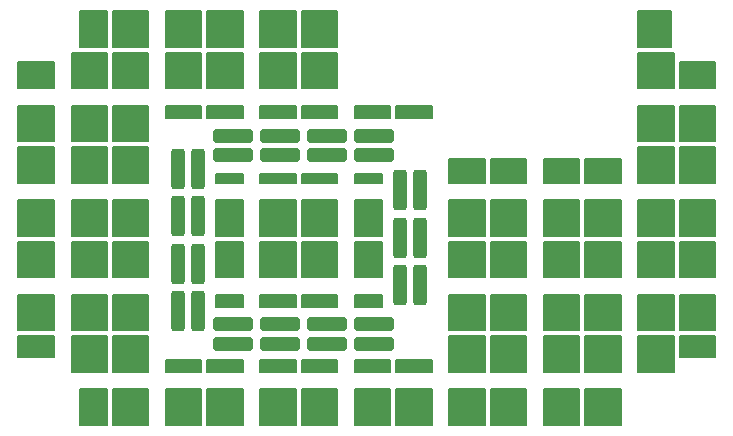
<source format=gbr>
%TF.GenerationSoftware,KiCad,Pcbnew,9.0.6*%
%TF.CreationDate,2026-02-02T20:31:11-05:00*%
%TF.ProjectId,Modular_Load,4d6f6475-6c61-4725-9f4c-6f61642e6b69,rev?*%
%TF.SameCoordinates,Original*%
%TF.FileFunction,Paste,Bot*%
%TF.FilePolarity,Positive*%
%FSLAX46Y46*%
G04 Gerber Fmt 4.6, Leading zero omitted, Abs format (unit mm)*
G04 Created by KiCad (PCBNEW 9.0.6) date 2026-02-02 20:31:11*
%MOMM*%
%LPD*%
G01*
G04 APERTURE LIST*
G04 Aperture macros list*
%AMRoundRect*
0 Rectangle with rounded corners*
0 $1 Rounding radius*
0 $2 $3 $4 $5 $6 $7 $8 $9 X,Y pos of 4 corners*
0 Add a 4 corners polygon primitive as box body*
4,1,4,$2,$3,$4,$5,$6,$7,$8,$9,$2,$3,0*
0 Add four circle primitives for the rounded corners*
1,1,$1+$1,$2,$3*
1,1,$1+$1,$4,$5*
1,1,$1+$1,$6,$7*
1,1,$1+$1,$8,$9*
0 Add four rect primitives between the rounded corners*
20,1,$1+$1,$2,$3,$4,$5,0*
20,1,$1+$1,$4,$5,$6,$7,0*
20,1,$1+$1,$6,$7,$8,$9,0*
20,1,$1+$1,$8,$9,$2,$3,0*%
G04 Aperture macros list end*
%ADD10C,0.150000*%
%ADD11RoundRect,0.250000X1.450000X-0.337500X1.450000X0.337500X-1.450000X0.337500X-1.450000X-0.337500X0*%
%ADD12RoundRect,0.250000X-0.337500X-1.450000X0.337500X-1.450000X0.337500X1.450000X-0.337500X1.450000X0*%
%ADD13RoundRect,0.250000X0.337500X1.450000X-0.337500X1.450000X-0.337500X-1.450000X0.337500X-1.450000X0*%
%ADD14RoundRect,0.250000X-1.450000X0.337500X-1.450000X-0.337500X1.450000X-0.337500X1.450000X0.337500X0*%
G04 APERTURE END LIST*
D10*
X122250000Y-74000000D02*
X124500000Y-74000000D01*
X124500000Y-74750000D01*
X122250000Y-74750000D01*
X122250000Y-74000000D01*
G36*
X122250000Y-74000000D02*
G01*
X124500000Y-74000000D01*
X124500000Y-74750000D01*
X122250000Y-74750000D01*
X122250000Y-74000000D01*
G37*
X110500000Y-84250000D02*
X112750000Y-84250000D01*
X112750000Y-85250000D01*
X110500000Y-85250000D01*
X110500000Y-84250000D01*
G36*
X110500000Y-84250000D02*
G01*
X112750000Y-84250000D01*
X112750000Y-85250000D01*
X110500000Y-85250000D01*
X110500000Y-84250000D01*
G37*
X138250000Y-92250000D02*
X141250000Y-92250000D01*
X141250000Y-95250000D01*
X138250000Y-95250000D01*
X138250000Y-92250000D01*
G36*
X138250000Y-92250000D02*
G01*
X141250000Y-92250000D01*
X141250000Y-95250000D01*
X138250000Y-95250000D01*
X138250000Y-92250000D01*
G37*
X141750000Y-92250000D02*
X144750000Y-92250000D01*
X144750000Y-95250000D01*
X141750000Y-95250000D01*
X141750000Y-92250000D01*
G36*
X141750000Y-92250000D02*
G01*
X144750000Y-92250000D01*
X144750000Y-95250000D01*
X141750000Y-95250000D01*
X141750000Y-92250000D01*
G37*
X130250000Y-92250000D02*
X133250000Y-92250000D01*
X133250000Y-95250000D01*
X130250000Y-95250000D01*
X130250000Y-92250000D01*
G36*
X130250000Y-92250000D02*
G01*
X133250000Y-92250000D01*
X133250000Y-95250000D01*
X130250000Y-95250000D01*
X130250000Y-92250000D01*
G37*
X133750000Y-92250000D02*
X136750000Y-92250000D01*
X136750000Y-95250000D01*
X133750000Y-95250000D01*
X133750000Y-92250000D01*
G36*
X133750000Y-92250000D02*
G01*
X136750000Y-92250000D01*
X136750000Y-95250000D01*
X133750000Y-95250000D01*
X133750000Y-92250000D01*
G37*
X122250000Y-92250000D02*
X125250000Y-92250000D01*
X125250000Y-95250000D01*
X122250000Y-95250000D01*
X122250000Y-92250000D01*
G36*
X122250000Y-92250000D02*
G01*
X125250000Y-92250000D01*
X125250000Y-95250000D01*
X122250000Y-95250000D01*
X122250000Y-92250000D01*
G37*
X125750000Y-92250000D02*
X128750000Y-92250000D01*
X128750000Y-95250000D01*
X125750000Y-95250000D01*
X125750000Y-92250000D01*
G36*
X125750000Y-92250000D02*
G01*
X128750000Y-92250000D01*
X128750000Y-95250000D01*
X125750000Y-95250000D01*
X125750000Y-92250000D01*
G37*
X114250000Y-92250000D02*
X117250000Y-92250000D01*
X117250000Y-95250000D01*
X114250000Y-95250000D01*
X114250000Y-92250000D01*
G36*
X114250000Y-92250000D02*
G01*
X117250000Y-92250000D01*
X117250000Y-95250000D01*
X114250000Y-95250000D01*
X114250000Y-92250000D01*
G37*
X117750000Y-92250000D02*
X120750000Y-92250000D01*
X120750000Y-95250000D01*
X117750000Y-95250000D01*
X117750000Y-92250000D01*
G36*
X117750000Y-92250000D02*
G01*
X120750000Y-92250000D01*
X120750000Y-95250000D01*
X117750000Y-95250000D01*
X117750000Y-92250000D01*
G37*
X106250000Y-92250000D02*
X109250000Y-92250000D01*
X109250000Y-95250000D01*
X106250000Y-95250000D01*
X106250000Y-92250000D01*
G36*
X106250000Y-92250000D02*
G01*
X109250000Y-92250000D01*
X109250000Y-95250000D01*
X106250000Y-95250000D01*
X106250000Y-92250000D01*
G37*
X109750000Y-92250000D02*
X112750000Y-92250000D01*
X112750000Y-95250000D01*
X109750000Y-95250000D01*
X109750000Y-92250000D01*
G36*
X109750000Y-92250000D02*
G01*
X112750000Y-92250000D01*
X112750000Y-95250000D01*
X109750000Y-95250000D01*
X109750000Y-92250000D01*
G37*
X99000000Y-92250000D02*
X101250000Y-92250000D01*
X101250000Y-95250000D01*
X99000000Y-95250000D01*
X99000000Y-92250000D01*
G36*
X99000000Y-92250000D02*
G01*
X101250000Y-92250000D01*
X101250000Y-95250000D01*
X99000000Y-95250000D01*
X99000000Y-92250000D01*
G37*
X101750000Y-92250000D02*
X104750000Y-92250000D01*
X104750000Y-95250000D01*
X101750000Y-95250000D01*
X101750000Y-92250000D01*
G36*
X101750000Y-92250000D02*
G01*
X104750000Y-92250000D01*
X104750000Y-95250000D01*
X101750000Y-95250000D01*
X101750000Y-92250000D01*
G37*
X146250000Y-84250000D02*
X149250000Y-84250000D01*
X149250000Y-87250000D01*
X146250000Y-87250000D01*
X146250000Y-84250000D01*
G36*
X146250000Y-84250000D02*
G01*
X149250000Y-84250000D01*
X149250000Y-87250000D01*
X146250000Y-87250000D01*
X146250000Y-84250000D01*
G37*
X149750000Y-87750000D02*
X152750000Y-87750000D01*
X152750000Y-89500000D01*
X149750000Y-89500000D01*
X149750000Y-87750000D01*
G36*
X149750000Y-87750000D02*
G01*
X152750000Y-87750000D01*
X152750000Y-89500000D01*
X149750000Y-89500000D01*
X149750000Y-87750000D01*
G37*
X146250000Y-87750000D02*
X149250000Y-87750000D01*
X149250000Y-90750000D01*
X146250000Y-90750000D01*
X146250000Y-87750000D01*
G36*
X146250000Y-87750000D02*
G01*
X149250000Y-87750000D01*
X149250000Y-90750000D01*
X146250000Y-90750000D01*
X146250000Y-87750000D01*
G37*
X149750000Y-84250000D02*
X152750000Y-84250000D01*
X152750000Y-87250000D01*
X149750000Y-87250000D01*
X149750000Y-84250000D01*
G36*
X149750000Y-84250000D02*
G01*
X152750000Y-84250000D01*
X152750000Y-87250000D01*
X149750000Y-87250000D01*
X149750000Y-84250000D01*
G37*
X138250000Y-84250000D02*
X141250000Y-84250000D01*
X141250000Y-87250000D01*
X138250000Y-87250000D01*
X138250000Y-84250000D01*
G36*
X138250000Y-84250000D02*
G01*
X141250000Y-84250000D01*
X141250000Y-87250000D01*
X138250000Y-87250000D01*
X138250000Y-84250000D01*
G37*
X141750000Y-87750000D02*
X144750000Y-87750000D01*
X144750000Y-90750000D01*
X141750000Y-90750000D01*
X141750000Y-87750000D01*
G36*
X141750000Y-87750000D02*
G01*
X144750000Y-87750000D01*
X144750000Y-90750000D01*
X141750000Y-90750000D01*
X141750000Y-87750000D01*
G37*
X138250000Y-87750000D02*
X141250000Y-87750000D01*
X141250000Y-90750000D01*
X138250000Y-90750000D01*
X138250000Y-87750000D01*
G36*
X138250000Y-87750000D02*
G01*
X141250000Y-87750000D01*
X141250000Y-90750000D01*
X138250000Y-90750000D01*
X138250000Y-87750000D01*
G37*
X141750000Y-84250000D02*
X144750000Y-84250000D01*
X144750000Y-87250000D01*
X141750000Y-87250000D01*
X141750000Y-84250000D01*
G36*
X141750000Y-84250000D02*
G01*
X144750000Y-84250000D01*
X144750000Y-87250000D01*
X141750000Y-87250000D01*
X141750000Y-84250000D01*
G37*
X130250000Y-84250000D02*
X133250000Y-84250000D01*
X133250000Y-87250000D01*
X130250000Y-87250000D01*
X130250000Y-84250000D01*
G36*
X130250000Y-84250000D02*
G01*
X133250000Y-84250000D01*
X133250000Y-87250000D01*
X130250000Y-87250000D01*
X130250000Y-84250000D01*
G37*
X133750000Y-87750000D02*
X136750000Y-87750000D01*
X136750000Y-90750000D01*
X133750000Y-90750000D01*
X133750000Y-87750000D01*
G36*
X133750000Y-87750000D02*
G01*
X136750000Y-87750000D01*
X136750000Y-90750000D01*
X133750000Y-90750000D01*
X133750000Y-87750000D01*
G37*
X130250000Y-87750000D02*
X133250000Y-87750000D01*
X133250000Y-90750000D01*
X130250000Y-90750000D01*
X130250000Y-87750000D01*
G36*
X130250000Y-87750000D02*
G01*
X133250000Y-87750000D01*
X133250000Y-90750000D01*
X130250000Y-90750000D01*
X130250000Y-87750000D01*
G37*
X133750000Y-84250000D02*
X136750000Y-84250000D01*
X136750000Y-87250000D01*
X133750000Y-87250000D01*
X133750000Y-84250000D01*
G36*
X133750000Y-84250000D02*
G01*
X136750000Y-84250000D01*
X136750000Y-87250000D01*
X133750000Y-87250000D01*
X133750000Y-84250000D01*
G37*
X122250000Y-84250000D02*
X124500000Y-84250000D01*
X124500000Y-85250000D01*
X122250000Y-85250000D01*
X122250000Y-84250000D01*
G36*
X122250000Y-84250000D02*
G01*
X124500000Y-84250000D01*
X124500000Y-85250000D01*
X122250000Y-85250000D01*
X122250000Y-84250000D01*
G37*
X125750000Y-89750000D02*
X128750000Y-89750000D01*
X128750000Y-90750000D01*
X125750000Y-90750000D01*
X125750000Y-89750000D01*
G36*
X125750000Y-89750000D02*
G01*
X128750000Y-89750000D01*
X128750000Y-90750000D01*
X125750000Y-90750000D01*
X125750000Y-89750000D01*
G37*
X122250000Y-89750000D02*
X125250000Y-89750000D01*
X125250000Y-90750000D01*
X122250000Y-90750000D01*
X122250000Y-89750000D01*
G36*
X122250000Y-89750000D02*
G01*
X125250000Y-89750000D01*
X125250000Y-90750000D01*
X122250000Y-90750000D01*
X122250000Y-89750000D01*
G37*
X114250000Y-84250000D02*
X117250000Y-84250000D01*
X117250000Y-85250000D01*
X114250000Y-85250000D01*
X114250000Y-84250000D01*
G36*
X114250000Y-84250000D02*
G01*
X117250000Y-84250000D01*
X117250000Y-85250000D01*
X114250000Y-85250000D01*
X114250000Y-84250000D01*
G37*
X117750000Y-89750000D02*
X120750000Y-89750000D01*
X120750000Y-90750000D01*
X117750000Y-90750000D01*
X117750000Y-89750000D01*
G36*
X117750000Y-89750000D02*
G01*
X120750000Y-89750000D01*
X120750000Y-90750000D01*
X117750000Y-90750000D01*
X117750000Y-89750000D01*
G37*
X114250000Y-89750000D02*
X117250000Y-89750000D01*
X117250000Y-90750000D01*
X114250000Y-90750000D01*
X114250000Y-89750000D01*
G36*
X114250000Y-89750000D02*
G01*
X117250000Y-89750000D01*
X117250000Y-90750000D01*
X114250000Y-90750000D01*
X114250000Y-89750000D01*
G37*
X117750000Y-84250000D02*
X120750000Y-84250000D01*
X120750000Y-85250000D01*
X117750000Y-85250000D01*
X117750000Y-84250000D01*
G36*
X117750000Y-84250000D02*
G01*
X120750000Y-84250000D01*
X120750000Y-85250000D01*
X117750000Y-85250000D01*
X117750000Y-84250000D01*
G37*
X109750000Y-89750000D02*
X112750000Y-89750000D01*
X112750000Y-90750000D01*
X109750000Y-90750000D01*
X109750000Y-89750000D01*
G36*
X109750000Y-89750000D02*
G01*
X112750000Y-89750000D01*
X112750000Y-90750000D01*
X109750000Y-90750000D01*
X109750000Y-89750000D01*
G37*
X106250000Y-89750000D02*
X109250000Y-89750000D01*
X109250000Y-90750000D01*
X106250000Y-90750000D01*
X106250000Y-89750000D01*
G36*
X106250000Y-89750000D02*
G01*
X109250000Y-89750000D01*
X109250000Y-90750000D01*
X106250000Y-90750000D01*
X106250000Y-89750000D01*
G37*
X98250000Y-84250000D02*
X101250000Y-84250000D01*
X101250000Y-87250000D01*
X98250000Y-87250000D01*
X98250000Y-84250000D01*
G36*
X98250000Y-84250000D02*
G01*
X101250000Y-84250000D01*
X101250000Y-87250000D01*
X98250000Y-87250000D01*
X98250000Y-84250000D01*
G37*
X101750000Y-87750000D02*
X104750000Y-87750000D01*
X104750000Y-90750000D01*
X101750000Y-90750000D01*
X101750000Y-87750000D01*
G36*
X101750000Y-87750000D02*
G01*
X104750000Y-87750000D01*
X104750000Y-90750000D01*
X101750000Y-90750000D01*
X101750000Y-87750000D01*
G37*
X98250000Y-87750000D02*
X101250000Y-87750000D01*
X101250000Y-90750000D01*
X98250000Y-90750000D01*
X98250000Y-87750000D01*
G36*
X98250000Y-87750000D02*
G01*
X101250000Y-87750000D01*
X101250000Y-90750000D01*
X98250000Y-90750000D01*
X98250000Y-87750000D01*
G37*
X101750000Y-84250000D02*
X104750000Y-84250000D01*
X104750000Y-87250000D01*
X101750000Y-87250000D01*
X101750000Y-84250000D01*
G36*
X101750000Y-84250000D02*
G01*
X104750000Y-84250000D01*
X104750000Y-87250000D01*
X101750000Y-87250000D01*
X101750000Y-84250000D01*
G37*
X93750000Y-87750000D02*
X96750000Y-87750000D01*
X96750000Y-89500000D01*
X93750000Y-89500000D01*
X93750000Y-87750000D01*
G36*
X93750000Y-87750000D02*
G01*
X96750000Y-87750000D01*
X96750000Y-89500000D01*
X93750000Y-89500000D01*
X93750000Y-87750000D01*
G37*
X93750000Y-84250000D02*
X96750000Y-84250000D01*
X96750000Y-87250000D01*
X93750000Y-87250000D01*
X93750000Y-84250000D01*
G36*
X93750000Y-84250000D02*
G01*
X96750000Y-84250000D01*
X96750000Y-87250000D01*
X93750000Y-87250000D01*
X93750000Y-84250000D01*
G37*
X146250000Y-76250000D02*
X149250000Y-76250000D01*
X149250000Y-79250000D01*
X146250000Y-79250000D01*
X146250000Y-76250000D01*
G36*
X146250000Y-76250000D02*
G01*
X149250000Y-76250000D01*
X149250000Y-79250000D01*
X146250000Y-79250000D01*
X146250000Y-76250000D01*
G37*
X149750000Y-79750000D02*
X152750000Y-79750000D01*
X152750000Y-82750000D01*
X149750000Y-82750000D01*
X149750000Y-79750000D01*
G36*
X149750000Y-79750000D02*
G01*
X152750000Y-79750000D01*
X152750000Y-82750000D01*
X149750000Y-82750000D01*
X149750000Y-79750000D01*
G37*
X146250000Y-79750000D02*
X149250000Y-79750000D01*
X149250000Y-82750000D01*
X146250000Y-82750000D01*
X146250000Y-79750000D01*
G36*
X146250000Y-79750000D02*
G01*
X149250000Y-79750000D01*
X149250000Y-82750000D01*
X146250000Y-82750000D01*
X146250000Y-79750000D01*
G37*
X149750000Y-76250000D02*
X152750000Y-76250000D01*
X152750000Y-79250000D01*
X149750000Y-79250000D01*
X149750000Y-76250000D01*
G36*
X149750000Y-76250000D02*
G01*
X152750000Y-76250000D01*
X152750000Y-79250000D01*
X149750000Y-79250000D01*
X149750000Y-76250000D01*
G37*
X138250000Y-76250000D02*
X141250000Y-76250000D01*
X141250000Y-79250000D01*
X138250000Y-79250000D01*
X138250000Y-76250000D01*
G36*
X138250000Y-76250000D02*
G01*
X141250000Y-76250000D01*
X141250000Y-79250000D01*
X138250000Y-79250000D01*
X138250000Y-76250000D01*
G37*
X141750000Y-79750000D02*
X144750000Y-79750000D01*
X144750000Y-82750000D01*
X141750000Y-82750000D01*
X141750000Y-79750000D01*
G36*
X141750000Y-79750000D02*
G01*
X144750000Y-79750000D01*
X144750000Y-82750000D01*
X141750000Y-82750000D01*
X141750000Y-79750000D01*
G37*
X138250000Y-79750000D02*
X141250000Y-79750000D01*
X141250000Y-82750000D01*
X138250000Y-82750000D01*
X138250000Y-79750000D01*
G36*
X138250000Y-79750000D02*
G01*
X141250000Y-79750000D01*
X141250000Y-82750000D01*
X138250000Y-82750000D01*
X138250000Y-79750000D01*
G37*
X141750000Y-76250000D02*
X144750000Y-76250000D01*
X144750000Y-79250000D01*
X141750000Y-79250000D01*
X141750000Y-76250000D01*
G36*
X141750000Y-76250000D02*
G01*
X144750000Y-76250000D01*
X144750000Y-79250000D01*
X141750000Y-79250000D01*
X141750000Y-76250000D01*
G37*
X130250000Y-76250000D02*
X133250000Y-76250000D01*
X133250000Y-79250000D01*
X130250000Y-79250000D01*
X130250000Y-76250000D01*
G36*
X130250000Y-76250000D02*
G01*
X133250000Y-76250000D01*
X133250000Y-79250000D01*
X130250000Y-79250000D01*
X130250000Y-76250000D01*
G37*
X133750000Y-79750000D02*
X136750000Y-79750000D01*
X136750000Y-82750000D01*
X133750000Y-82750000D01*
X133750000Y-79750000D01*
G36*
X133750000Y-79750000D02*
G01*
X136750000Y-79750000D01*
X136750000Y-82750000D01*
X133750000Y-82750000D01*
X133750000Y-79750000D01*
G37*
X130250000Y-79750000D02*
X133250000Y-79750000D01*
X133250000Y-82750000D01*
X130250000Y-82750000D01*
X130250000Y-79750000D01*
G36*
X130250000Y-79750000D02*
G01*
X133250000Y-79750000D01*
X133250000Y-82750000D01*
X130250000Y-82750000D01*
X130250000Y-79750000D01*
G37*
X133750000Y-76250000D02*
X136750000Y-76250000D01*
X136750000Y-79250000D01*
X133750000Y-79250000D01*
X133750000Y-76250000D01*
G36*
X133750000Y-76250000D02*
G01*
X136750000Y-76250000D01*
X136750000Y-79250000D01*
X133750000Y-79250000D01*
X133750000Y-76250000D01*
G37*
X122250000Y-76250000D02*
X124500000Y-76250000D01*
X124500000Y-79250000D01*
X122250000Y-79250000D01*
X122250000Y-76250000D01*
G36*
X122250000Y-76250000D02*
G01*
X124500000Y-76250000D01*
X124500000Y-79250000D01*
X122250000Y-79250000D01*
X122250000Y-76250000D01*
G37*
X122250000Y-79750000D02*
X124500000Y-79750000D01*
X124500000Y-82750000D01*
X122250000Y-82750000D01*
X122250000Y-79750000D01*
G36*
X122250000Y-79750000D02*
G01*
X124500000Y-79750000D01*
X124500000Y-82750000D01*
X122250000Y-82750000D01*
X122250000Y-79750000D01*
G37*
X114250000Y-76250000D02*
X117250000Y-76250000D01*
X117250000Y-79250000D01*
X114250000Y-79250000D01*
X114250000Y-76250000D01*
G36*
X114250000Y-76250000D02*
G01*
X117250000Y-76250000D01*
X117250000Y-79250000D01*
X114250000Y-79250000D01*
X114250000Y-76250000D01*
G37*
X117750000Y-79750000D02*
X120750000Y-79750000D01*
X120750000Y-82750000D01*
X117750000Y-82750000D01*
X117750000Y-79750000D01*
G36*
X117750000Y-79750000D02*
G01*
X120750000Y-79750000D01*
X120750000Y-82750000D01*
X117750000Y-82750000D01*
X117750000Y-79750000D01*
G37*
X114250000Y-79750000D02*
X117250000Y-79750000D01*
X117250000Y-82750000D01*
X114250000Y-82750000D01*
X114250000Y-79750000D01*
G36*
X114250000Y-79750000D02*
G01*
X117250000Y-79750000D01*
X117250000Y-82750000D01*
X114250000Y-82750000D01*
X114250000Y-79750000D01*
G37*
X117750000Y-76250000D02*
X120750000Y-76250000D01*
X120750000Y-79250000D01*
X117750000Y-79250000D01*
X117750000Y-76250000D01*
G36*
X117750000Y-76250000D02*
G01*
X120750000Y-76250000D01*
X120750000Y-79250000D01*
X117750000Y-79250000D01*
X117750000Y-76250000D01*
G37*
X110500000Y-79750000D02*
X112750000Y-79750000D01*
X112750000Y-82750000D01*
X110500000Y-82750000D01*
X110500000Y-79750000D01*
G36*
X110500000Y-79750000D02*
G01*
X112750000Y-79750000D01*
X112750000Y-82750000D01*
X110500000Y-82750000D01*
X110500000Y-79750000D01*
G37*
X110500000Y-76250000D02*
X112750000Y-76250000D01*
X112750000Y-79250000D01*
X110500000Y-79250000D01*
X110500000Y-76250000D01*
G36*
X110500000Y-76250000D02*
G01*
X112750000Y-76250000D01*
X112750000Y-79250000D01*
X110500000Y-79250000D01*
X110500000Y-76250000D01*
G37*
X98250000Y-76250000D02*
X101250000Y-76250000D01*
X101250000Y-79250000D01*
X98250000Y-79250000D01*
X98250000Y-76250000D01*
G36*
X98250000Y-76250000D02*
G01*
X101250000Y-76250000D01*
X101250000Y-79250000D01*
X98250000Y-79250000D01*
X98250000Y-76250000D01*
G37*
X101750000Y-79750000D02*
X104750000Y-79750000D01*
X104750000Y-82750000D01*
X101750000Y-82750000D01*
X101750000Y-79750000D01*
G36*
X101750000Y-79750000D02*
G01*
X104750000Y-79750000D01*
X104750000Y-82750000D01*
X101750000Y-82750000D01*
X101750000Y-79750000D01*
G37*
X98250000Y-79750000D02*
X101250000Y-79750000D01*
X101250000Y-82750000D01*
X98250000Y-82750000D01*
X98250000Y-79750000D01*
G36*
X98250000Y-79750000D02*
G01*
X101250000Y-79750000D01*
X101250000Y-82750000D01*
X98250000Y-82750000D01*
X98250000Y-79750000D01*
G37*
X101750000Y-76250000D02*
X104750000Y-76250000D01*
X104750000Y-79250000D01*
X101750000Y-79250000D01*
X101750000Y-76250000D01*
G36*
X101750000Y-76250000D02*
G01*
X104750000Y-76250000D01*
X104750000Y-79250000D01*
X101750000Y-79250000D01*
X101750000Y-76250000D01*
G37*
X93750000Y-79750000D02*
X96750000Y-79750000D01*
X96750000Y-82750000D01*
X93750000Y-82750000D01*
X93750000Y-79750000D01*
G36*
X93750000Y-79750000D02*
G01*
X96750000Y-79750000D01*
X96750000Y-82750000D01*
X93750000Y-82750000D01*
X93750000Y-79750000D01*
G37*
X93750000Y-76250000D02*
X96750000Y-76250000D01*
X96750000Y-79250000D01*
X93750000Y-79250000D01*
X93750000Y-76250000D01*
G36*
X93750000Y-76250000D02*
G01*
X96750000Y-76250000D01*
X96750000Y-79250000D01*
X93750000Y-79250000D01*
X93750000Y-76250000D01*
G37*
X146250000Y-68250000D02*
X149250000Y-68250000D01*
X149250000Y-71250000D01*
X146250000Y-71250000D01*
X146250000Y-68250000D01*
G36*
X146250000Y-68250000D02*
G01*
X149250000Y-68250000D01*
X149250000Y-71250000D01*
X146250000Y-71250000D01*
X146250000Y-68250000D01*
G37*
X149750000Y-71750000D02*
X152750000Y-71750000D01*
X152750000Y-74750000D01*
X149750000Y-74750000D01*
X149750000Y-71750000D01*
G36*
X149750000Y-71750000D02*
G01*
X152750000Y-71750000D01*
X152750000Y-74750000D01*
X149750000Y-74750000D01*
X149750000Y-71750000D01*
G37*
X146250000Y-71750000D02*
X149250000Y-71750000D01*
X149250000Y-74750000D01*
X146250000Y-74750000D01*
X146250000Y-71750000D01*
G36*
X146250000Y-71750000D02*
G01*
X149250000Y-71750000D01*
X149250000Y-74750000D01*
X146250000Y-74750000D01*
X146250000Y-71750000D01*
G37*
X149750000Y-68250000D02*
X152750000Y-68250000D01*
X152750000Y-71250000D01*
X149750000Y-71250000D01*
X149750000Y-68250000D01*
G36*
X149750000Y-68250000D02*
G01*
X152750000Y-68250000D01*
X152750000Y-71250000D01*
X149750000Y-71250000D01*
X149750000Y-68250000D01*
G37*
X141750000Y-72750000D02*
X144750000Y-72750000D01*
X144750000Y-74750000D01*
X141750000Y-74750000D01*
X141750000Y-72750000D01*
G36*
X141750000Y-72750000D02*
G01*
X144750000Y-72750000D01*
X144750000Y-74750000D01*
X141750000Y-74750000D01*
X141750000Y-72750000D01*
G37*
X138250000Y-72750000D02*
X141250000Y-72750000D01*
X141250000Y-74750000D01*
X138250000Y-74750000D01*
X138250000Y-72750000D01*
G36*
X138250000Y-72750000D02*
G01*
X141250000Y-72750000D01*
X141250000Y-74750000D01*
X138250000Y-74750000D01*
X138250000Y-72750000D01*
G37*
X133750000Y-72750000D02*
X136750000Y-72750000D01*
X136750000Y-74750000D01*
X133750000Y-74750000D01*
X133750000Y-72750000D01*
G36*
X133750000Y-72750000D02*
G01*
X136750000Y-72750000D01*
X136750000Y-74750000D01*
X133750000Y-74750000D01*
X133750000Y-72750000D01*
G37*
X130250000Y-72750000D02*
X133250000Y-72750000D01*
X133250000Y-74750000D01*
X130250000Y-74750000D01*
X130250000Y-72750000D01*
G36*
X130250000Y-72750000D02*
G01*
X133250000Y-72750000D01*
X133250000Y-74750000D01*
X130250000Y-74750000D01*
X130250000Y-72750000D01*
G37*
X122250000Y-68250000D02*
X125250000Y-68250000D01*
X125250000Y-69250000D01*
X122250000Y-69250000D01*
X122250000Y-68250000D01*
G36*
X122250000Y-68250000D02*
G01*
X125250000Y-68250000D01*
X125250000Y-69250000D01*
X122250000Y-69250000D01*
X122250000Y-68250000D01*
G37*
X125750000Y-68250000D02*
X128750000Y-68250000D01*
X128750000Y-69250000D01*
X125750000Y-69250000D01*
X125750000Y-68250000D01*
G36*
X125750000Y-68250000D02*
G01*
X128750000Y-68250000D01*
X128750000Y-69250000D01*
X125750000Y-69250000D01*
X125750000Y-68250000D01*
G37*
X114250000Y-68250000D02*
X117250000Y-68250000D01*
X117250000Y-69250000D01*
X114250000Y-69250000D01*
X114250000Y-68250000D01*
G36*
X114250000Y-68250000D02*
G01*
X117250000Y-68250000D01*
X117250000Y-69250000D01*
X114250000Y-69250000D01*
X114250000Y-68250000D01*
G37*
X117750000Y-74000000D02*
X120750000Y-74000000D01*
X120750000Y-74750000D01*
X117750000Y-74750000D01*
X117750000Y-74000000D01*
G36*
X117750000Y-74000000D02*
G01*
X120750000Y-74000000D01*
X120750000Y-74750000D01*
X117750000Y-74750000D01*
X117750000Y-74000000D01*
G37*
X114250000Y-74000000D02*
X117250000Y-74000000D01*
X117250000Y-74750000D01*
X114250000Y-74750000D01*
X114250000Y-74000000D01*
G36*
X114250000Y-74000000D02*
G01*
X117250000Y-74000000D01*
X117250000Y-74750000D01*
X114250000Y-74750000D01*
X114250000Y-74000000D01*
G37*
X117750000Y-68250000D02*
X120750000Y-68250000D01*
X120750000Y-69250000D01*
X117750000Y-69250000D01*
X117750000Y-68250000D01*
G36*
X117750000Y-68250000D02*
G01*
X120750000Y-68250000D01*
X120750000Y-69250000D01*
X117750000Y-69250000D01*
X117750000Y-68250000D01*
G37*
X106250000Y-68250000D02*
X109250000Y-68250000D01*
X109250000Y-69250000D01*
X106250000Y-69250000D01*
X106250000Y-68250000D01*
G36*
X106250000Y-68250000D02*
G01*
X109250000Y-68250000D01*
X109250000Y-69250000D01*
X106250000Y-69250000D01*
X106250000Y-68250000D01*
G37*
X110500000Y-74000000D02*
X112750000Y-74000000D01*
X112750000Y-74750000D01*
X110500000Y-74750000D01*
X110500000Y-74000000D01*
G36*
X110500000Y-74000000D02*
G01*
X112750000Y-74000000D01*
X112750000Y-74750000D01*
X110500000Y-74750000D01*
X110500000Y-74000000D01*
G37*
X109750000Y-68250000D02*
X112750000Y-68250000D01*
X112750000Y-69250000D01*
X109750000Y-69250000D01*
X109750000Y-68250000D01*
G36*
X109750000Y-68250000D02*
G01*
X112750000Y-68250000D01*
X112750000Y-69250000D01*
X109750000Y-69250000D01*
X109750000Y-68250000D01*
G37*
X98250000Y-68250000D02*
X101250000Y-68250000D01*
X101250000Y-71250000D01*
X98250000Y-71250000D01*
X98250000Y-68250000D01*
G36*
X98250000Y-68250000D02*
G01*
X101250000Y-68250000D01*
X101250000Y-71250000D01*
X98250000Y-71250000D01*
X98250000Y-68250000D01*
G37*
X101750000Y-71750000D02*
X104750000Y-71750000D01*
X104750000Y-74750000D01*
X101750000Y-74750000D01*
X101750000Y-71750000D01*
G36*
X101750000Y-71750000D02*
G01*
X104750000Y-71750000D01*
X104750000Y-74750000D01*
X101750000Y-74750000D01*
X101750000Y-71750000D01*
G37*
X98250000Y-71750000D02*
X101250000Y-71750000D01*
X101250000Y-74750000D01*
X98250000Y-74750000D01*
X98250000Y-71750000D01*
G36*
X98250000Y-71750000D02*
G01*
X101250000Y-71750000D01*
X101250000Y-74750000D01*
X98250000Y-74750000D01*
X98250000Y-71750000D01*
G37*
X101750000Y-68250000D02*
X104750000Y-68250000D01*
X104750000Y-71250000D01*
X101750000Y-71250000D01*
X101750000Y-68250000D01*
G36*
X101750000Y-68250000D02*
G01*
X104750000Y-68250000D01*
X104750000Y-71250000D01*
X101750000Y-71250000D01*
X101750000Y-68250000D01*
G37*
X93750000Y-71750000D02*
X96750000Y-71750000D01*
X96750000Y-74750000D01*
X93750000Y-74750000D01*
X93750000Y-71750000D01*
G36*
X93750000Y-71750000D02*
G01*
X96750000Y-71750000D01*
X96750000Y-74750000D01*
X93750000Y-74750000D01*
X93750000Y-71750000D01*
G37*
X93750000Y-68250000D02*
X96750000Y-68250000D01*
X96750000Y-71250000D01*
X93750000Y-71250000D01*
X93750000Y-68250000D01*
G36*
X93750000Y-68250000D02*
G01*
X96750000Y-68250000D01*
X96750000Y-71250000D01*
X93750000Y-71250000D01*
X93750000Y-68250000D01*
G37*
X146250000Y-60250000D02*
X149000000Y-60250000D01*
X149000000Y-63250000D01*
X146250000Y-63250000D01*
X146250000Y-60250000D01*
G36*
X146250000Y-60250000D02*
G01*
X149000000Y-60250000D01*
X149000000Y-63250000D01*
X146250000Y-63250000D01*
X146250000Y-60250000D01*
G37*
X149750000Y-64500000D02*
X152750000Y-64500000D01*
X152750000Y-66750000D01*
X149750000Y-66750000D01*
X149750000Y-64500000D01*
G36*
X149750000Y-64500000D02*
G01*
X152750000Y-64500000D01*
X152750000Y-66750000D01*
X149750000Y-66750000D01*
X149750000Y-64500000D01*
G37*
X146250000Y-63750000D02*
X149250000Y-63750000D01*
X149250000Y-66750000D01*
X146250000Y-66750000D01*
X146250000Y-63750000D01*
G36*
X146250000Y-63750000D02*
G01*
X149250000Y-63750000D01*
X149250000Y-66750000D01*
X146250000Y-66750000D01*
X146250000Y-63750000D01*
G37*
X114250000Y-60250000D02*
X117250000Y-60250000D01*
X117250000Y-63250000D01*
X114250000Y-63250000D01*
X114250000Y-60250000D01*
G36*
X114250000Y-60250000D02*
G01*
X117250000Y-60250000D01*
X117250000Y-63250000D01*
X114250000Y-63250000D01*
X114250000Y-60250000D01*
G37*
X117750000Y-63750000D02*
X120750000Y-63750000D01*
X120750000Y-66750000D01*
X117750000Y-66750000D01*
X117750000Y-63750000D01*
G36*
X117750000Y-63750000D02*
G01*
X120750000Y-63750000D01*
X120750000Y-66750000D01*
X117750000Y-66750000D01*
X117750000Y-63750000D01*
G37*
X114250000Y-63750000D02*
X117250000Y-63750000D01*
X117250000Y-66750000D01*
X114250000Y-66750000D01*
X114250000Y-63750000D01*
G36*
X114250000Y-63750000D02*
G01*
X117250000Y-63750000D01*
X117250000Y-66750000D01*
X114250000Y-66750000D01*
X114250000Y-63750000D01*
G37*
X117750000Y-60250000D02*
X120750000Y-60250000D01*
X120750000Y-63250000D01*
X117750000Y-63250000D01*
X117750000Y-60250000D01*
G36*
X117750000Y-60250000D02*
G01*
X120750000Y-60250000D01*
X120750000Y-63250000D01*
X117750000Y-63250000D01*
X117750000Y-60250000D01*
G37*
X106250000Y-60250000D02*
X109250000Y-60250000D01*
X109250000Y-63250000D01*
X106250000Y-63250000D01*
X106250000Y-60250000D01*
G36*
X106250000Y-60250000D02*
G01*
X109250000Y-60250000D01*
X109250000Y-63250000D01*
X106250000Y-63250000D01*
X106250000Y-60250000D01*
G37*
X109750000Y-63750000D02*
X112750000Y-63750000D01*
X112750000Y-66750000D01*
X109750000Y-66750000D01*
X109750000Y-63750000D01*
G36*
X109750000Y-63750000D02*
G01*
X112750000Y-63750000D01*
X112750000Y-66750000D01*
X109750000Y-66750000D01*
X109750000Y-63750000D01*
G37*
X106250000Y-63750000D02*
X109250000Y-63750000D01*
X109250000Y-66750000D01*
X106250000Y-66750000D01*
X106250000Y-63750000D01*
G36*
X106250000Y-63750000D02*
G01*
X109250000Y-63750000D01*
X109250000Y-66750000D01*
X106250000Y-66750000D01*
X106250000Y-63750000D01*
G37*
X109750000Y-60250000D02*
X112750000Y-60250000D01*
X112750000Y-63250000D01*
X109750000Y-63250000D01*
X109750000Y-60250000D01*
G36*
X109750000Y-60250000D02*
G01*
X112750000Y-60250000D01*
X112750000Y-63250000D01*
X109750000Y-63250000D01*
X109750000Y-60250000D01*
G37*
X99000000Y-60250000D02*
X101250000Y-60250000D01*
X101250000Y-63250000D01*
X99000000Y-63250000D01*
X99000000Y-60250000D01*
G36*
X99000000Y-60250000D02*
G01*
X101250000Y-60250000D01*
X101250000Y-63250000D01*
X99000000Y-63250000D01*
X99000000Y-60250000D01*
G37*
X101750000Y-63750000D02*
X104750000Y-63750000D01*
X104750000Y-66750000D01*
X101750000Y-66750000D01*
X101750000Y-63750000D01*
G36*
X101750000Y-63750000D02*
G01*
X104750000Y-63750000D01*
X104750000Y-66750000D01*
X101750000Y-66750000D01*
X101750000Y-63750000D01*
G37*
X98250000Y-63750000D02*
X101250000Y-63750000D01*
X101250000Y-66750000D01*
X98250000Y-66750000D01*
X98250000Y-63750000D01*
G36*
X98250000Y-63750000D02*
G01*
X101250000Y-63750000D01*
X101250000Y-66750000D01*
X98250000Y-66750000D01*
X98250000Y-63750000D01*
G37*
X101750000Y-60250000D02*
X104750000Y-60250000D01*
X104750000Y-63250000D01*
X101750000Y-63250000D01*
X101750000Y-60250000D01*
G36*
X101750000Y-60250000D02*
G01*
X104750000Y-60250000D01*
X104750000Y-63250000D01*
X101750000Y-63250000D01*
X101750000Y-60250000D01*
G37*
X93750000Y-64500000D02*
X96750000Y-64500000D01*
X96750000Y-66750000D01*
X93750000Y-66750000D01*
X93750000Y-64500000D01*
G36*
X93750000Y-64500000D02*
G01*
X96750000Y-64500000D01*
X96750000Y-66750000D01*
X93750000Y-66750000D01*
X93750000Y-64500000D01*
G37*
D11*
%TO.C,TJ15*%
X123900000Y-72437500D03*
X123900000Y-70762500D03*
%TD*%
D12*
%TO.C,TJ21*%
X126062500Y-75400000D03*
X127737500Y-75400000D03*
%TD*%
D13*
%TO.C,TJ9*%
X108937500Y-73600000D03*
X107262500Y-73600000D03*
%TD*%
%TO.C,TJ12*%
X108937500Y-85600000D03*
X107262500Y-85600000D03*
%TD*%
D14*
%TO.C,TJ13*%
X111900000Y-86762500D03*
X111900000Y-88437500D03*
%TD*%
%TO.C,TJ20*%
X119900000Y-86762500D03*
X119900000Y-88437500D03*
%TD*%
%TO.C,TJ14*%
X115900000Y-86762500D03*
X115900000Y-88437500D03*
%TD*%
D12*
%TO.C,TJ23*%
X126062500Y-79400000D03*
X127737500Y-79400000D03*
%TD*%
D11*
%TO.C,TJ17*%
X115900000Y-72437500D03*
X115900000Y-70762500D03*
%TD*%
D13*
%TO.C,TJ10*%
X108937500Y-77600000D03*
X107262500Y-77600000D03*
%TD*%
D11*
%TO.C,TJ16*%
X119900000Y-72437500D03*
X119900000Y-70762500D03*
%TD*%
D12*
%TO.C,TJ22*%
X126062500Y-83400000D03*
X127737500Y-83400000D03*
%TD*%
D11*
%TO.C,TJ18*%
X111900000Y-72437500D03*
X111900000Y-70762500D03*
%TD*%
D14*
%TO.C,TJ19*%
X123900000Y-86762500D03*
X123900000Y-88437500D03*
%TD*%
D13*
%TO.C,TJ11*%
X108937500Y-81600000D03*
X107262500Y-81600000D03*
%TD*%
M02*

</source>
